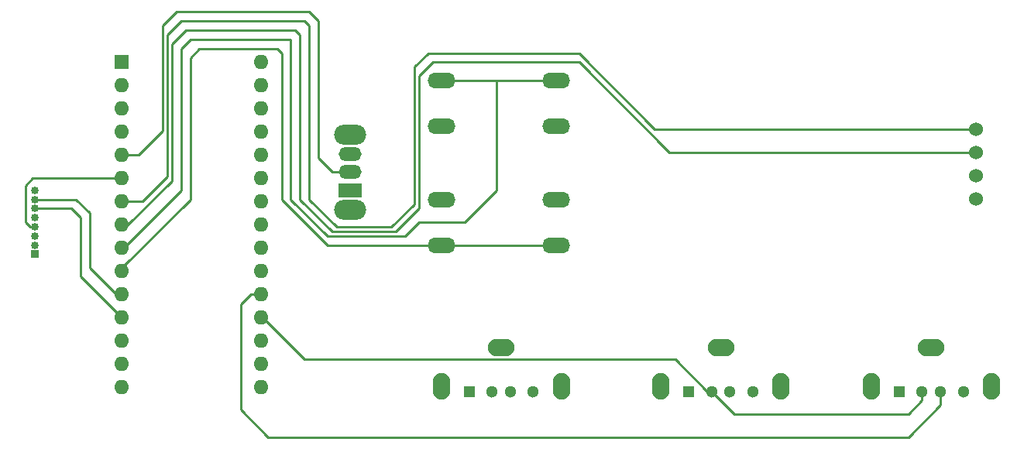
<source format=gbr>
G04 #@! TF.GenerationSoftware,KiCad,Pcbnew,5.1.1-8be2ce7~80~ubuntu16.04.1*
G04 #@! TF.CreationDate,2019-04-17T15:24:41+02:00*
G04 #@! TF.ProjectId,ConNano,436f6e4e-616e-46f2-9e6b-696361645f70,rev?*
G04 #@! TF.SameCoordinates,Original*
G04 #@! TF.FileFunction,Copper,L2,Bot*
G04 #@! TF.FilePolarity,Positive*
%FSLAX46Y46*%
G04 Gerber Fmt 4.6, Leading zero omitted, Abs format (unit mm)*
G04 Created by KiCad (PCBNEW 5.1.1-8be2ce7~80~ubuntu16.04.1) date 2019-04-17 15:24:41*
%MOMM*%
%LPD*%
G04 APERTURE LIST*
%ADD10C,1.524000*%
%ADD11R,1.600000X1.600000*%
%ADD12O,1.600000X1.600000*%
%ADD13O,2.900000X1.900000*%
%ADD14O,1.900000X2.900000*%
%ADD15C,1.300000*%
%ADD16R,1.300000X1.300000*%
%ADD17O,3.048000X1.727200*%
%ADD18R,2.500000X1.500000*%
%ADD19O,2.500000X1.500000*%
%ADD20O,3.500000X2.200000*%
%ADD21R,0.850000X0.850000*%
%ADD22O,0.850000X0.850000*%
%ADD23C,0.250000*%
G04 APERTURE END LIST*
D10*
X138382000Y-71912000D03*
X138382000Y-69372000D03*
X138382000Y-66832000D03*
X138382000Y-64292000D03*
D11*
X45000000Y-57000000D03*
D12*
X60240000Y-90020000D03*
X45000000Y-59540000D03*
X60240000Y-87480000D03*
X45000000Y-62080000D03*
X60240000Y-84940000D03*
X45000000Y-64620000D03*
X60240000Y-82400000D03*
X45000000Y-67160000D03*
X60240000Y-79860000D03*
X45000000Y-69700000D03*
X60240000Y-77320000D03*
X45000000Y-72240000D03*
X60240000Y-74780000D03*
X45000000Y-74780000D03*
X60240000Y-72240000D03*
X45000000Y-77320000D03*
X60240000Y-69700000D03*
X45000000Y-79860000D03*
X60240000Y-67160000D03*
X45000000Y-82400000D03*
X60240000Y-64620000D03*
X45000000Y-84940000D03*
X60240000Y-62080000D03*
X45000000Y-87480000D03*
X60240000Y-59540000D03*
X45000000Y-90020000D03*
X60240000Y-57000000D03*
X45000000Y-92560000D03*
X60240000Y-92560000D03*
D13*
X86500000Y-88220000D03*
D14*
X93070000Y-92400000D03*
X79930000Y-92400000D03*
D15*
X90000000Y-93000000D03*
X87500000Y-93000000D03*
X85500000Y-93000000D03*
D16*
X83000000Y-93000000D03*
X130000000Y-93000000D03*
D15*
X132500000Y-93000000D03*
X134500000Y-93000000D03*
X137000000Y-93000000D03*
D14*
X126930000Y-92400000D03*
X140070000Y-92400000D03*
D13*
X133500000Y-88220000D03*
D16*
X107000000Y-93000000D03*
D15*
X109500000Y-93000000D03*
X111500000Y-93000000D03*
X114000000Y-93000000D03*
D14*
X103930000Y-92400000D03*
X117070000Y-92400000D03*
D13*
X110500000Y-88220000D03*
D17*
X92500000Y-59000000D03*
X92500000Y-64000000D03*
X80000000Y-59000000D03*
X80000000Y-64000000D03*
X80000000Y-77000000D03*
X80000000Y-72000000D03*
X92500000Y-77000000D03*
X92500000Y-72000000D03*
D18*
X70000000Y-71000000D03*
D19*
X70000000Y-69000000D03*
X70000000Y-67000000D03*
D20*
X70000000Y-73100000D03*
X70000000Y-64900000D03*
D21*
X35500000Y-78000000D03*
D22*
X35500000Y-77000000D03*
X35500000Y-76000000D03*
X35500000Y-75000000D03*
X35500000Y-74000000D03*
X35500000Y-73000000D03*
X35500000Y-72000000D03*
X35500000Y-71000000D03*
D23*
X35500000Y-73000000D02*
X39500000Y-73000000D01*
X39500000Y-73000000D02*
X40500000Y-74000000D01*
X40500000Y-74000000D02*
X40500000Y-79500000D01*
X138382000Y-64292000D02*
X103292000Y-64292000D01*
X103292000Y-64292000D02*
X95000000Y-56000000D01*
X95000000Y-56000000D02*
X78500000Y-56000000D01*
X78500000Y-56000000D02*
X77000000Y-57500000D01*
X77000000Y-57500000D02*
X77000000Y-72500000D01*
X77000000Y-72500000D02*
X74500000Y-75000000D01*
X74500000Y-75000000D02*
X68500000Y-75000000D01*
X68500000Y-75000000D02*
X65500000Y-72000000D01*
X65500000Y-59500000D02*
X65500000Y-53000000D01*
X65500000Y-59500000D02*
X65500000Y-59000000D01*
X65500000Y-72000000D02*
X65500000Y-59500000D01*
X65500000Y-53000000D02*
X65000000Y-52500000D01*
X65000000Y-52500000D02*
X51500000Y-52500000D01*
X51500000Y-52500000D02*
X50000000Y-54000000D01*
X50000000Y-54000000D02*
X50000000Y-69500000D01*
X47260000Y-72240000D02*
X45000000Y-72240000D01*
X50000000Y-69500000D02*
X47260000Y-72240000D01*
X104832000Y-66832000D02*
X138382000Y-66832000D01*
X77500000Y-58500000D02*
X79000000Y-57000000D01*
X77500000Y-73000000D02*
X77500000Y-58500000D01*
X75000000Y-75500000D02*
X77500000Y-73000000D01*
X68000000Y-75500000D02*
X75000000Y-75500000D01*
X64500000Y-72000000D02*
X68000000Y-75500000D01*
X79000000Y-57000000D02*
X95000000Y-57000000D01*
X45720000Y-74780000D02*
X50500000Y-70000000D01*
X95000000Y-57000000D02*
X104832000Y-66832000D01*
X52000000Y-53500000D02*
X64000000Y-53500000D01*
X64000000Y-53500000D02*
X64500000Y-54000000D01*
X45000000Y-74780000D02*
X45720000Y-74780000D01*
X50500000Y-70000000D02*
X50500000Y-55000000D01*
X64500000Y-54000000D02*
X64500000Y-72000000D01*
X50500000Y-55000000D02*
X52000000Y-53500000D01*
X45000000Y-82400000D02*
X44400000Y-82400000D01*
X44400000Y-82400000D02*
X41500000Y-79500000D01*
X41500000Y-79500000D02*
X41500000Y-73500000D01*
X40000000Y-72000000D02*
X35500000Y-72000000D01*
X41500000Y-73500000D02*
X40000000Y-72000000D01*
X40500000Y-80440000D02*
X45000000Y-84940000D01*
X40500000Y-79500000D02*
X40500000Y-80440000D01*
X109500000Y-93000000D02*
X109000000Y-93000000D01*
X109000000Y-93000000D02*
X105500000Y-89500000D01*
X105500000Y-89500000D02*
X65000000Y-89500000D01*
X60440000Y-84940000D02*
X60240000Y-84940000D01*
X65000000Y-89500000D02*
X60440000Y-84940000D01*
X132500000Y-93000000D02*
X132500000Y-94000000D01*
X132500000Y-94000000D02*
X131000000Y-95500000D01*
X112000000Y-95500000D02*
X109500000Y-93000000D01*
X131000000Y-95500000D02*
X112000000Y-95500000D01*
X60240000Y-82400000D02*
X59100000Y-82400000D01*
X59100000Y-82400000D02*
X58000000Y-83500000D01*
X58000000Y-83500000D02*
X58000000Y-95000000D01*
X58000000Y-95000000D02*
X61000000Y-98000000D01*
X61000000Y-98000000D02*
X131000000Y-98000000D01*
X134500000Y-94500000D02*
X134500000Y-93000000D01*
X131000000Y-98000000D02*
X134500000Y-94500000D01*
X68000000Y-69000000D02*
X70000000Y-69000000D01*
X66500000Y-52500000D02*
X66500000Y-67500000D01*
X46840000Y-67160000D02*
X49500000Y-64500000D01*
X45000000Y-67160000D02*
X46840000Y-67160000D01*
X66500000Y-67500000D02*
X68000000Y-69000000D01*
X51000000Y-51500000D02*
X65500000Y-51500000D01*
X49500000Y-64500000D02*
X49500000Y-53000000D01*
X65500000Y-51500000D02*
X66500000Y-52500000D01*
X49500000Y-53000000D02*
X51000000Y-51500000D01*
X45000000Y-69700000D02*
X43300000Y-69700000D01*
X34500000Y-70500000D02*
X35300000Y-69700000D01*
X34500000Y-74500000D02*
X34500000Y-70500000D01*
X35300000Y-69700000D02*
X35700000Y-69700000D01*
X35500000Y-75000000D02*
X35000000Y-75000000D01*
X35700000Y-69700000D02*
X45000000Y-69700000D01*
X35000000Y-75000000D02*
X34500000Y-74500000D01*
X86000000Y-59000000D02*
X92500000Y-59000000D01*
X80000000Y-59000000D02*
X86000000Y-59000000D01*
X86000000Y-71000000D02*
X86000000Y-59000000D01*
X82500000Y-74500000D02*
X86000000Y-71000000D01*
X76000000Y-76000000D02*
X77500000Y-74500000D01*
X67500000Y-76000000D02*
X76000000Y-76000000D01*
X63500000Y-72000000D02*
X67500000Y-76000000D01*
X45000000Y-77500000D02*
X51500000Y-71000000D01*
X45000000Y-77000000D02*
X45000000Y-77500000D01*
X77500000Y-74500000D02*
X82500000Y-74500000D01*
X63500000Y-54500000D02*
X63500000Y-72000000D01*
X51500000Y-55500000D02*
X52500000Y-54500000D01*
X51500000Y-71000000D02*
X51500000Y-55500000D01*
X52500000Y-54500000D02*
X63500000Y-54500000D01*
X45000000Y-79500000D02*
X45000000Y-79860000D01*
X52500000Y-72000000D02*
X45000000Y-79500000D01*
X52500000Y-56500000D02*
X52500000Y-72000000D01*
X53500000Y-55500000D02*
X52500000Y-56500000D01*
X67500000Y-77000000D02*
X62500000Y-72000000D01*
X93000000Y-77000000D02*
X67500000Y-77000000D01*
X62000000Y-55500000D02*
X53500000Y-55500000D01*
X62500000Y-72000000D02*
X62500000Y-56000000D01*
X62500000Y-56000000D02*
X62000000Y-55500000D01*
M02*

</source>
